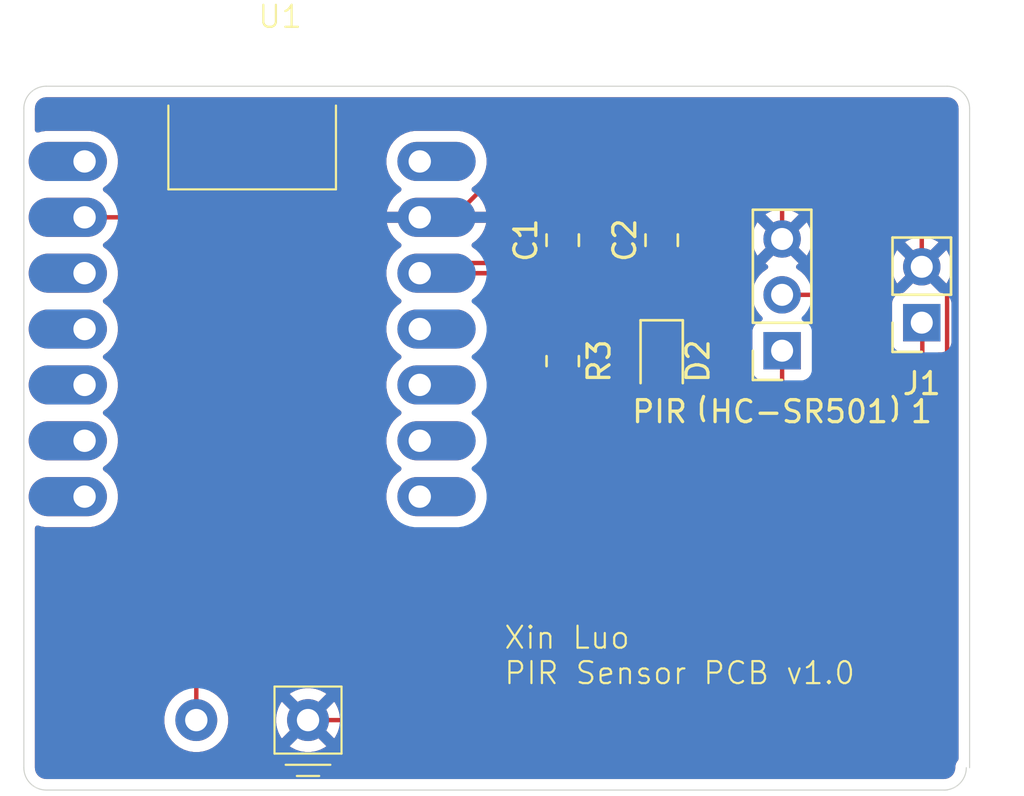
<source format=kicad_pcb>
(kicad_pcb (version 20241229) (generator "pcbnew") (generator_version "9.0")
  (layers (0 "F.Cu" signal) (2 "B.Cu" signal) (13 "F.Paste" user) (15 "B.Paste" user) (5 "F.SilkS" user "F.Silkscreen") (7 "B.SilkS" user "B.Silkscreen") (1 "F.Mask" user) (3 "B.Mask" user) (25 "Edge.Cuts" user))
  (net 0 "")
  (net 1 "GND")
  (net 2 "Net-(D2-A)")
  (net 3 "Net-(J1-+BATT)")
  (net 4 "+3.3V")
  (net 16 "/3V3")
  (net 17 "/D1")
  (footprint "Capacitor_SMD:C_0805_2012Metric_Pad1.18x1.45mm_HandSolder" (layer "F.Cu") (at 123.375 53.395 90)
    (property "Reference" "C1" (at 0 -1.68 90) (layer "F.SilkS"))
    (property "Value" "0.1uF")
    (fp_line (start -0.261252 -0.735) (end 0.261252 -0.735) (stroke (width 0.12)) (layer "F.SilkS"))
    (fp_line (start -0.261252 0.735) (end 0.261252 0.735) (stroke (width 0.12)) (layer "F.SilkS"))
    (pad "1" smd roundrect (at -1.0375 0 90) (size 1.175 1.45) (layers "F.Cu" "F.Mask" "F.Paste") (roundrect_rratio 0.212766) (net 16 "/3V3"))
    (pad "2" smd roundrect (at 1.0375 0 90) (size 1.175 1.45) (layers "F.Cu" "F.Mask" "F.Paste") (roundrect_rratio 0.212766) (net 1 "GND"))
  )
  (footprint "Capacitor_SMD:C_0805_2012Metric_Pad1.18x1.45mm_HandSolder" (layer "F.Cu") (at 127.875 53.395 90)
    (property "Reference" "C2" (at 0 -1.68 90) (layer "F.SilkS"))
    (property "Value" "10uF")
    (fp_line (start -0.261252 -0.735) (end 0.261252 -0.735) (stroke (width 0.12)) (layer "F.SilkS"))
    (fp_line (start -0.261252 0.735) (end 0.261252 0.735) (stroke (width 0.12)) (layer "F.SilkS"))
    (pad "1" smd roundrect (at -1.0375 0 90) (size 1.175 1.45) (layers "F.Cu" "F.Mask" "F.Paste") (roundrect_rratio 0.212766) (net 16 "/3V3"))
    (pad "2" smd roundrect (at 1.0375 0 90) (size 1.175 1.45) (layers "F.Cu" "F.Mask" "F.Paste") (roundrect_rratio 0.212766) (net 1 "GND"))
  )
  (footprint "Connector_PinSocket_2.54mm:PinSocket_1x02_P2.54mm_Vertical" (layer "F.Cu") (at 139.7 57.145 180)
    (property "Reference" "J1" (at 0 -2.77 0) (layer "F.SilkS"))
    (property "Value" "Conn_01x02")
    (fp_line (start 1.33 1.27) (end 1.33 3.87) (stroke (width 0.12)) (layer "F.SilkS"))
    (fp_line (start 1.33 -1.33) (end 1.33 0) (stroke (width 0.12)) (layer "F.SilkS"))
    (fp_line (start 0 -1.33) (end 1.33 -1.33) (stroke (width 0.12)) (layer "F.SilkS"))
    (fp_line (start -1.33 3.87) (end 1.33 3.87) (stroke (width 0.12)) (layer "F.SilkS"))
    (fp_line (start -1.33 1.27) (end 1.33 1.27) (stroke (width 0.12)) (layer "F.SilkS"))
    (fp_line (start -1.33 1.27) (end -1.33 3.87) (stroke (width 0.12)) (layer "F.SilkS"))
    (pad "1" thru_hole rect (at 0 0 180) (size 1.7 1.7) (drill 1) (layers "*.Cu" "*.Mask") (net 3 "Net-(J1-+BATT)"))
    (pad "2" thru_hole circle (at 0 2.54 180) (size 1.7 1.7) (drill 1) (layers "*.Cu" "*.Mask") (net 1 "GND"))
  )
  (footprint "Connector_PinSocket_2.54mm:PinSocket_1x03_P2.54mm_Vertical" (layer "F.Cu") (at 133.35 58.42 180)
    (property "Reference" "PIR（HC-SR501）1" (at 0 -2.77 0) (layer "F.SilkS"))
    (property "Value" "Conn_01x03_Pin")
    (fp_line (start 1.33 1.27) (end 1.33 6.41) (stroke (width 0.12)) (layer "F.SilkS"))
    (fp_line (start 1.33 -1.33) (end 1.33 0) (stroke (width 0.12)) (layer "F.SilkS"))
    (fp_line (start 0 -1.33) (end 1.33 -1.33) (stroke (width 0.12)) (layer "F.SilkS"))
    (fp_line (start -1.33 6.41) (end 1.33 6.41) (stroke (width 0.12)) (layer "F.SilkS"))
    (fp_line (start -1.33 1.27) (end 1.33 1.27) (stroke (width 0.12)) (layer "F.SilkS"))
    (fp_line (start -1.33 1.27) (end -1.33 6.41) (stroke (width 0.12)) (layer "F.SilkS"))
    (pad "1" thru_hole rect (at 0 0 180) (size 1.7 1.7) (drill 1) (layers "*.Cu" "*.Mask") (net 16 "/3V3"))
    (pad "2" thru_hole circle (at 0 2.54 180) (size 1.7 1.7) (drill 1) (layers "*.Cu" "*.Mask") (net 17 "/D1"))
    (pad "3" thru_hole circle (at 0 5.08 180) (size 1.7 1.7) (drill 1) (layers "*.Cu" "*.Mask") (net 1 "GND"))
  )
  (footprint "LED_SMD:LED_0805_2012Metric_Pad1.15x1.40mm_HandSolder" (layer "F.Cu") (at 127.875 58.895 -90)
    (property "Reference" "D2" (at 0 -1.65 90) (layer "F.SilkS"))
    (property "Value" "LED")
    (fp_line (start -1.86 0.96) (end 1 0.96) (stroke (width 0.12)) (layer "F.SilkS"))
    (fp_line (start -1.86 -0.96) (end -1.86 0.96) (stroke (width 0.12)) (layer "F.SilkS"))
    (fp_line (start 1 -0.96) (end -1.86 -0.96) (stroke (width 0.12)) (layer "F.SilkS"))
    (pad "1" smd roundrect (at -1.025 0 270) (size 1.15 1.4) (layers "F.Cu" "F.Mask" "F.Paste") (roundrect_rratio 0.217391) (net 1 "GND"))
    (pad "2" smd roundrect (at 1.025 0 270) (size 1.15 1.4) (layers "F.Cu" "F.Mask" "F.Paste") (roundrect_rratio 0.217391) (net 2 "Net-(D2-A)"))
  )
  (footprint "Resistor_SMD:R_0805_2012Metric_Pad1.20x1.40mm_HandSolder" (layer "F.Cu") (at 123.375 58.895 -90)
    (property "Reference" "R3" (at 0 -1.65 90) (layer "F.SilkS"))
    (property "Value" "500Ω")
    (fp_line (start -0.227064 0.735) (end 0.227064 0.735) (stroke (width 0.12)) (layer "F.SilkS"))
    (fp_line (start -0.227064 -0.735) (end 0.227064 -0.735) (stroke (width 0.12)) (layer "F.SilkS"))
    (pad "1" smd roundrect (at -1 0 270) (size 1.2 1.4) (layers "F.Cu" "F.Mask" "F.Paste") (roundrect_rratio 0.208333) (net 16 "/3V3"))
    (pad "2" smd roundrect (at 1 0 270) (size 1.2 1.4) (layers "F.Cu" "F.Mask" "F.Paste") (roundrect_rratio 0.208333) (net 2 "Net-(D2-A)"))
  )
  (footprint "GIX_ESP32:XIAO_ESP32" (layer "F.Cu") (at 109.255 57.435)
    (property "Reference" "U1" (at 1.27 -14.2 0) (layer "F.SilkS") (effects (font (thickness 0.1))))
    (property "Value" "~")
    (fp_line (start -3.81 -10.16) (end -3.81 -6.35) (stroke (width 0.1)) (layer "F.SilkS"))
    (fp_line (start -3.81 -6.35) (end 3.81 -6.35) (stroke (width 0.1)) (layer "F.SilkS"))
    (fp_line (start 1.016 16.256) (end 4.064 16.256) (stroke (width 0.1)) (layer "F.SilkS"))
    (fp_line (start 1.016 19.304) (end 1.016 16.256) (stroke (width 0.1)) (layer "F.SilkS"))
    (fp_line (start 1.524 19.812) (end 3.556 19.812) (stroke (width 0.1)) (layer "F.SilkS"))
    (fp_line (start 2.032 20.32) (end 3.048 20.32) (stroke (width 0.1)) (layer "F.SilkS"))
    (fp_line (start 3.81 -6.35) (end 3.81 -10.16) (stroke (width 0.1)) (layer "F.SilkS"))
    (fp_line (start 4.064 16.256) (end 4.064 19.304) (stroke (width 0.1)) (layer "F.SilkS"))
    (fp_line (start 4.064 19.304) (end 1.016 19.304) (stroke (width 0.1)) (layer "F.SilkS"))
    (pad "1" thru_hole oval (at -7.62 -7.62) (size 3.556 1.778) (drill 1.016 (offset -0.762 0)) (layers "*.Cu" "*.Mask"))
    (pad "2" thru_hole oval (at -7.62 -5.08) (size 3.556 1.778) (drill 1.016 (offset -0.762 0)) (layers "*.Cu" "*.Mask") (net 17 "/D1"))
    (pad "3" thru_hole oval (at -7.62 -2.54) (size 3.556 1.778) (drill 1.016 (offset -0.762 0)) (layers "*.Cu" "*.Mask"))
    (pad "4" thru_hole oval (at -7.62 0) (size 3.556 1.778) (drill 1.016 (offset -0.762 0)) (layers "*.Cu" "*.Mask"))
    (pad "5" thru_hole oval (at -7.62 2.54) (size 3.556 1.778) (drill 1.016 (offset -0.762 0)) (layers "*.Cu" "*.Mask"))
    (pad "6" thru_hole oval (at -7.62 5.08) (size 3.556 1.778) (drill 1.016 (offset -0.762 0)) (layers "*.Cu" "*.Mask"))
    (pad "7" thru_hole oval (at -7.62 7.62) (size 3.556 1.778) (drill 1.016 (offset -0.762 0)) (layers "*.Cu" "*.Mask"))
    (pad "8" thru_hole oval (at 7.62 7.62) (size 3.556 1.778) (drill 1.016 (offset 0.762 0)) (layers "*.Cu" "*.Mask"))
    (pad "9" thru_hole oval (at 7.62 5.08) (size 3.556 1.778) (drill 1.016 (offset 0.762 0)) (layers "*.Cu" "*.Mask"))
    (pad "10" thru_hole oval (at 7.62 2.54) (size 3.556 1.778) (drill 1.016 (offset 0.762 0)) (layers "*.Cu" "*.Mask"))
    (pad "11" thru_hole oval (at 7.62 0) (size 3.556 1.778) (drill 1.016 (offset 0.762 0)) (layers "*.Cu" "*.Mask"))
    (pad "12" thru_hole oval (at 7.62 -2.54) (size 3.556 1.778) (drill 1.016 (offset 0.762 0)) (layers "*.Cu" "*.Mask") (net 16 "/3V3"))
    (pad "13" thru_hole oval (at 7.62 -5.08) (size 3.556 1.778) (drill 1.016 (offset 0.762 0)) (layers "*.Cu" "*.Mask") (net 1 "GND"))
    (pad "14" thru_hole oval (at 7.62 -7.62) (size 3.556 1.778) (drill 1.016 (offset 0.762 0)) (layers "*.Cu" "*.Mask"))
    (pad "15" thru_hole circle (at -2.54 17.78) (size 1.905 1.905) (drill 1.016) (layers "*.Cu" "*.Mask") (net 3 "Net-(J1-+BATT)"))
    (pad "16" thru_hole circle (at 2.54 17.78) (size 1.905 1.905) (drill 1.016) (layers "*.Cu" "*.Mask") (net 1 "GND"))
  )
  (gr_line (start 141.875 77.379) (end 141.875 47.411) (stroke (width 0.05)) (layer "Edge.Cuts"))
  (gr_line (start 98.875 47.411) (end 98.875 77.379) (stroke (width 0.05)) (layer "Edge.Cuts"))
  (gr_line (start 140.859 46.395) (end 99.891 46.395) (stroke (width 0.05)) (layer "Edge.Cuts"))
  (gr_arc (start 140.859 46.395) (mid 141.57742 46.69258) (end 141.875 47.411) (stroke (width 0.05)) (layer "Edge.Cuts"))
  (gr_line (start 99.891 78.395) (end 140.859 78.395) (stroke (width 0.05)) (layer "Edge.Cuts"))
  (gr_arc (start 99.891 78.395) (mid 99.17258 78.09742) (end 98.875 77.379) (stroke (width 0.05)) (layer "Edge.Cuts"))
  (gr_arc (start 98.875 47.411) (mid 99.17258 46.69258) (end 99.891 46.395) (stroke (width 0.05)) (layer "Edge.Cuts"))
  (gr_arc (start 141.725 77.379) (mid 141.42742 78.09742) (end 140.709 78.395) (stroke (width 0.05)) (layer "Edge.Cuts"))
  (gr_text "Xin Luo\nPIR Sensor PCB v1.0" (at 120.65 73.66 0) (layer "F.SilkS") (effects (font (size 1 1) (thickness 0.1)) (justify left bottom)))
  (segment (start 140.851 71.239) (end 136.875 75.215) (width 0.2) (layer "F.Cu") (net 1))
  (segment (start 119.875 50.895) (end 118.415 52.355) (width 0.2) (layer "F.Cu") (net 1))
  (segment (start 139.375 49.895) (end 120.875 49.895) (width 0.2) (layer "F.Cu") (net 1))
  (segment (start 136.875 75.215) (end 111.795 75.215) (width 0.2) (layer "F.Cu") (net 1))
  (segment (start 127.875 52.3575) (end 123.375 52.3575) (width 0.2) (layer "F.Cu") (net 1))
  (segment (start 139.7 54.605) (end 140.851 55.756) (width 0.2) (layer "F.Cu") (net 1))
  (segment (start 120.875 49.895) (end 120.375 50.395) (width 0.2) (layer "F.Cu") (net 1))
  (segment (start 118.415 52.355) (end 116.875 52.355) (width 0.2) (layer "F.Cu") (net 1))
  (segment (start 133.35 50.87) (end 132.875 50.395) (width 0.2) (layer "F.Cu") (net 1))
  (segment (start 129.375 51.395) (end 129.375 56.37) (width 0.2) (layer "F.Cu") (net 1))
  (segment (start 120.375 50.395) (end 119.875 50.895) (width 0.2) (layer "F.Cu") (net 1))
  (segment (start 139.7 54.605) (end 139.7 50.22) (width 0.2) (layer "F.Cu") (net 1))
  (segment (start 128.875 50.895) (end 119.875 50.895) (width 0.2) (layer "F.Cu") (net 1))
  (segment (start 132.875 50.395) (end 120.375 50.395) (width 0.2) (layer "F.Cu") (net 1))
  (segment (start 140.851 55.756) (end 140.851 71.239) (width 0.2) (layer "F.Cu") (net 1))
  (segment (start 129.375 51.395) (end 128.875 50.895) (width 0.2) (layer "F.Cu") (net 1))
  (segment (start 133.35 53.34) (end 133.35 50.87) (width 0.2) (layer "F.Cu") (net 1))
  (segment (start 139.7 50.22) (end 139.375 49.895) (width 0.2) (layer "F.Cu") (net 1))
  (segment (start 127.875 57.87) (end 129.375 56.37) (width 0.2) (layer "F.Cu") (net 1))
  (segment (start 123.375 52.3575) (end 116.8775 52.3575) (width 0.2) (layer "F.Cu") (net 1))
  (segment (start 116.8775 52.3575) (end 116.875 52.355) (width 0.2) (layer "F.Cu") (net 1))
  (segment (start 127.85 59.895) (end 127.875 59.92) (width 0.2) (layer "F.Cu") (net 2))
  (segment (start 123.375 59.895) (end 127.85 59.895) (width 0.2) (layer "F.Cu") (net 2))
  (segment (start 139.7 57.145) (end 139.725 57.17) (width 0.2) (layer "F.Cu") (net 3))
  (segment (start 108.135 68.395) (end 106.715 69.815) (width 0.2) (layer "F.Cu") (net 3))
  (segment (start 139.725 57.17) (end 139.725 67.045) (width 0.2) (layer "F.Cu") (net 3))
  (segment (start 139.725 67.045) (end 138.375 68.395) (width 0.2) (layer "F.Cu") (net 3))
  (segment (start 106.715 69.815) (end 106.715 75.215) (width 0.2) (layer "F.Cu") (net 3))
  (segment (start 138.375 68.395) (end 108.135 68.395) (width 0.2) (layer "F.Cu") (net 3))
  (segment (start 127.875 54.4325) (end 123.375 54.4325) (width 0.2) (layer "F.Cu") (net 16))
  (segment (start 117.3375 54.4325) (end 116.875 54.895) (width 0.2) (layer "F.Cu") (net 16))
  (segment (start 123.375 54.4325) (end 117.3375 54.4325) (width 0.2) (layer "F.Cu") (net 16))
  (segment (start 133.35 60.42) (end 132.375 61.395) (width 0.2) (layer "F.Cu") (net 16))
  (segment (start 132.375 61.395) (end 122.375 61.395) (width 0.2) (layer "F.Cu") (net 16))
  (segment (start 122.375 61.395) (end 121.875 60.895) (width 0.2) (layer "F.Cu") (net 16))
  (segment (start 121.875 56.395) (end 120.375 54.895) (width 0.2) (layer "F.Cu") (net 16))
  (segment (start 121.875 60.895) (end 121.875 56.395) (width 0.2) (layer "F.Cu") (net 16))
  (segment (start 123.375 56.395) (end 121.875 54.895) (width 0.2) (layer "F.Cu") (net 16))
  (segment (start 123.375 58.37) (end 123.375 56.395) (width 0.2) (layer "F.Cu") (net 16))
  (segment (start 133.35 58.42) (end 133.35 60.42) (width 0.2) (layer "F.Cu") (net 16))
  (segment (start 120.375 54.895) (end 116.875 54.895) (width 0.2) (layer "F.Cu") (net 16))
  (segment (start 121.875 54.895) (end 116.875 54.895) (width 0.2) (layer "F.Cu") (net 16))
  (segment (start 108.875 65.395) (end 108.875 53.895) (width 0.2) (layer "F.Cu") (net 17))
  (segment (start 135.36 55.88) (end 135.875 56.395) (width 0.2) (layer "F.Cu") (net 17))
  (segment (start 134.875 66.895) (end 110.375 66.895) (width 0.2) (layer "F.Cu") (net 17))
  (segment (start 135.875 65.895) (end 134.875 66.895) (width 0.2) (layer "F.Cu") (net 17))
  (segment (start 107.335 52.355) (end 101.635 52.355) (width 0.2) (layer "F.Cu") (net 17))
  (segment (start 110.375 66.895) (end 108.875 65.395) (width 0.2) (layer "F.Cu") (net 17))
  (segment (start 135.875 56.395) (end 135.875 65.895) (width 0.2) (layer "F.Cu") (net 17))
  (segment (start 108.875 53.895) (end 107.335 52.355) (width 0.2) (layer "F.Cu") (net 17))
  (segment (start 133.35 55.88) (end 135.36 55.88) (width 0.2) (layer "F.Cu") (net 17))
  (zone (net 1) (net_name "GND") (layers "F.Cu" "B.Cu") (priority 3) (connect_pads (clearance 0.5)) (min_thickness 0.25) (fill yes (thermal_gap 0.5) (thermal_bridge_width 0.5))
    (polygon (pts (xy 97.79 45.653005) (xy 142.24 45.653005) (xy 142.24 78.673005) (xy 97.79 78.673005)))
  )
)
</source>
